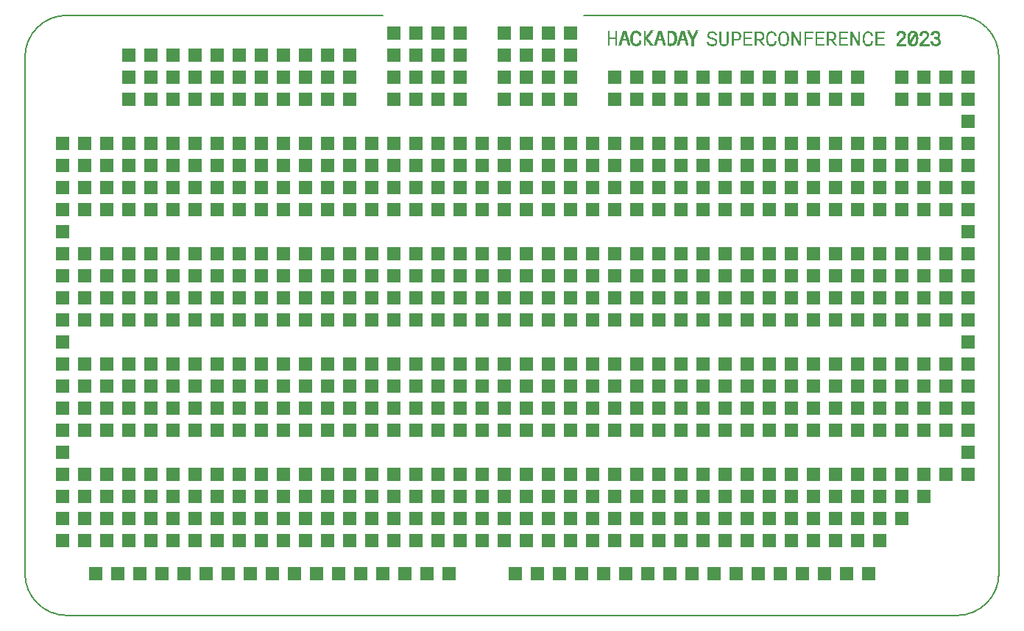
<source format=gto>
G04*
G04 #@! TF.GenerationSoftware,Altium Limited,CircuitStudio,1.5.2 (30)*
G04*
G04 Layer_Color=65535*
%FSLAX25Y25*%
%MOIN*%
G70*
G01*
G75*
%ADD13C,0.00500*%
%ADD14R,0.06000X0.06000*%
%ADD15R,0.01160X0.06930*%
%ADD16R,0.02570X0.01130*%
G04:AMPARAMS|DCode=17|XSize=11.6mil|YSize=69.3mil|CornerRadius=0mil|HoleSize=0mil|Usage=FLASHONLY|Rotation=343.000|XOffset=0mil|YOffset=0mil|HoleType=Round|Shape=Rectangle|*
%AMROTATEDRECTD17*
4,1,4,-0.01568,-0.03144,0.00458,0.03483,0.01568,0.03144,-0.00458,-0.03483,-0.01568,-0.03144,0.0*
%
%ADD17ROTATEDRECTD17*%

%ADD18R,0.01109X0.00339*%
%ADD19R,0.01344X0.00377*%
G04:AMPARAMS|DCode=20|XSize=11.6mil|YSize=69.3mil|CornerRadius=0mil|HoleSize=0mil|Usage=FLASHONLY|Rotation=197.000|XOffset=0mil|YOffset=0mil|HoleType=Round|Shape=Rectangle|*
%AMROTATEDRECTD20*
4,1,4,-0.00458,0.03483,0.01568,-0.03144,0.00458,-0.03483,-0.01568,0.03144,-0.00458,0.03483,0.0*
%
%ADD20ROTATEDRECTD20*%

%ADD21R,0.02570X0.01040*%
G04:AMPARAMS|DCode=22|XSize=11.6mil|YSize=45.45mil|CornerRadius=0mil|HoleSize=0mil|Usage=FLASHONLY|Rotation=39.000|XOffset=0mil|YOffset=0mil|HoleType=Round|Shape=Rectangle|*
%AMROTATEDRECTD22*
4,1,4,0.00980,-0.02131,-0.01881,0.01401,-0.00980,0.02131,0.01881,-0.01401,0.00980,-0.02131,0.0*
%
%ADD22ROTATEDRECTD22*%

%ADD23R,0.01247X0.00304*%
G04:AMPARAMS|DCode=24|XSize=7.2mil|YSize=3.26mil|CornerRadius=0mil|HoleSize=0mil|Usage=FLASHONLY|Rotation=39.000|XOffset=0mil|YOffset=0mil|HoleType=Round|Shape=Rectangle|*
%AMROTATEDRECTD24*
4,1,4,-0.00177,-0.00353,-0.00382,-0.00100,0.00177,0.00353,0.00382,0.00100,-0.00177,-0.00353,0.0*
%
%ADD24ROTATEDRECTD24*%

G04:AMPARAMS|DCode=25|XSize=3.63mil|YSize=2.79mil|CornerRadius=0mil|HoleSize=0mil|Usage=FLASHONLY|Rotation=39.000|XOffset=0mil|YOffset=0mil|HoleType=Round|Shape=Rectangle|*
%AMROTATEDRECTD25*
4,1,4,-0.00053,-0.00223,-0.00229,-0.00006,0.00053,0.00223,0.00229,0.00006,-0.00053,-0.00223,0.0*
%
%ADD25ROTATEDRECTD25*%

G04:AMPARAMS|DCode=26|XSize=3.63mil|YSize=2.79mil|CornerRadius=0mil|HoleSize=0mil|Usage=FLASHONLY|Rotation=321.000|XOffset=0mil|YOffset=0mil|HoleType=Round|Shape=Rectangle|*
%AMROTATEDRECTD26*
4,1,4,-0.00229,0.00006,-0.00053,0.00223,0.00229,-0.00006,0.00053,-0.00223,-0.00229,0.00006,0.0*
%
%ADD26ROTATEDRECTD26*%

G04:AMPARAMS|DCode=27|XSize=7.2mil|YSize=3.26mil|CornerRadius=0mil|HoleSize=0mil|Usage=FLASHONLY|Rotation=321.000|XOffset=0mil|YOffset=0mil|HoleType=Round|Shape=Rectangle|*
%AMROTATEDRECTD27*
4,1,4,-0.00382,0.00100,-0.00177,0.00353,0.00382,-0.00100,0.00177,-0.00353,-0.00382,0.00100,0.0*
%
%ADD27ROTATEDRECTD27*%

G04:AMPARAMS|DCode=28|XSize=11.6mil|YSize=45.45mil|CornerRadius=0mil|HoleSize=0mil|Usage=FLASHONLY|Rotation=321.000|XOffset=0mil|YOffset=0mil|HoleType=Round|Shape=Rectangle|*
%AMROTATEDRECTD28*
4,1,4,-0.01881,-0.01401,0.00980,0.02131,0.01881,0.01401,-0.00980,-0.02131,-0.01881,-0.01401,0.0*
%
%ADD28ROTATEDRECTD28*%

%ADD29R,0.02570X0.01050*%
G04:AMPARAMS|DCode=30|XSize=11.6mil|YSize=42.26mil|CornerRadius=0mil|HoleSize=0mil|Usage=FLASHONLY|Rotation=332.000|XOffset=0mil|YOffset=0mil|HoleType=Round|Shape=Rectangle|*
%AMROTATEDRECTD30*
4,1,4,-0.01504,-0.01593,0.00480,0.02138,0.01504,0.01593,-0.00480,-0.02138,-0.01504,-0.01593,0.0*
%
%ADD30ROTATEDRECTD30*%

%ADD31R,0.01137X0.00304*%
G04:AMPARAMS|DCode=32|XSize=2.79mil|YSize=2.3mil|CornerRadius=0mil|HoleSize=0mil|Usage=FLASHONLY|Rotation=321.000|XOffset=0mil|YOffset=0mil|HoleType=Round|Shape=Rectangle|*
%AMROTATEDRECTD32*
4,1,4,-0.00181,-0.00002,-0.00036,0.00177,0.00181,0.00002,0.00036,-0.00177,-0.00181,-0.00002,0.0*
%
%ADD32ROTATEDRECTD32*%

G04:AMPARAMS|DCode=33|XSize=3.63mil|YSize=2.79mil|CornerRadius=0mil|HoleSize=0mil|Usage=FLASHONLY|Rotation=64.000|XOffset=0mil|YOffset=0mil|HoleType=Round|Shape=Rectangle|*
%AMROTATEDRECTD33*
4,1,4,0.00046,-0.00224,-0.00205,-0.00102,-0.00046,0.00224,0.00205,0.00102,0.00046,-0.00224,0.0*
%
%ADD33ROTATEDRECTD33*%

G04:AMPARAMS|DCode=34|XSize=3.63mil|YSize=2.79mil|CornerRadius=0mil|HoleSize=0mil|Usage=FLASHONLY|Rotation=116.000|XOffset=0mil|YOffset=0mil|HoleType=Round|Shape=Rectangle|*
%AMROTATEDRECTD34*
4,1,4,0.00205,-0.00102,-0.00046,-0.00224,-0.00205,0.00102,0.00046,0.00224,0.00205,-0.00102,0.0*
%
%ADD34ROTATEDRECTD34*%

G04:AMPARAMS|DCode=35|XSize=2.79mil|YSize=2.3mil|CornerRadius=0mil|HoleSize=0mil|Usage=FLASHONLY|Rotation=219.000|XOffset=0mil|YOffset=0mil|HoleType=Round|Shape=Rectangle|*
%AMROTATEDRECTD35*
4,1,4,0.00036,0.00177,0.00181,-0.00002,-0.00036,-0.00177,-0.00181,0.00002,0.00036,0.00177,0.0*
%
%ADD35ROTATEDRECTD35*%

G04:AMPARAMS|DCode=36|XSize=11.6mil|YSize=42.26mil|CornerRadius=0mil|HoleSize=0mil|Usage=FLASHONLY|Rotation=208.000|XOffset=0mil|YOffset=0mil|HoleType=Round|Shape=Rectangle|*
%AMROTATEDRECTD36*
4,1,4,-0.00480,0.02138,0.01504,-0.01593,0.00480,-0.02138,-0.01504,0.01593,-0.00480,0.02138,0.0*
%
%ADD36ROTATEDRECTD36*%

%ADD37R,0.01170X0.03200*%
G36*
X607143Y470726D02*
X607643Y470546D01*
X608056Y470256D01*
X608388Y469862D01*
X608640Y469374D01*
X608815Y468797D01*
X608918Y468141D01*
X608952Y467413D01*
X608919Y466692D01*
X608821Y466070D01*
X608806Y466077D01*
X608764Y465845D01*
X608633Y465399D01*
X608446Y465009D01*
X608198Y464679D01*
X607887Y464415D01*
X607510Y464220D01*
X607061Y464100D01*
X606539Y464059D01*
X605950Y464121D01*
X605450Y464300D01*
X605037Y464591D01*
X604706Y464985D01*
X604454Y465473D01*
X604278Y466050D01*
X604175Y466706D01*
X604141Y467434D01*
X604187Y468112D01*
X604250Y468562D01*
X604329Y469001D01*
X604460Y469447D01*
X604647Y469838D01*
X604895Y470167D01*
X605206Y470432D01*
X605583Y470626D01*
X606032Y470747D01*
X606554Y470788D01*
X607143Y470726D01*
D02*
G37*
G36*
X641095Y464102D02*
X640192Y464102D01*
X637672Y469056D01*
X637635Y464102D01*
X636836Y464102D01*
X636836Y470683D01*
X637729Y470683D01*
X640249Y465700D01*
X640286Y470683D01*
X641095Y470683D01*
X641095Y464102D01*
D02*
G37*
G36*
X554606Y465165D02*
X554596Y465166D01*
X554606Y465176D01*
X554606Y465165D01*
D02*
G37*
G36*
X635686Y469932D02*
X632471Y469932D01*
Y467861D01*
X635367Y467861D01*
X635367Y467108D01*
X632471Y467108D01*
X632471Y464846D01*
X635686Y464846D01*
X635686Y464103D01*
X631653Y464103D01*
X631653Y470684D01*
X635686Y470684D01*
X635686Y469932D01*
D02*
G37*
G36*
X624953Y470684D02*
X624953Y469932D01*
X621738Y469932D01*
X621738Y467861D01*
X624634Y467861D01*
X624634Y467108D01*
X621738Y467108D01*
X621738Y464846D01*
X624953Y464846D01*
X624953Y464103D01*
X620920Y464103D01*
X620920Y470684D01*
X624953Y470684D01*
D02*
G37*
G36*
X613600Y465700D02*
X613637Y470683D01*
X614446Y470683D01*
X614446Y464102D01*
X613543Y464102D01*
X611024Y469056D01*
X610986Y464102D01*
X610187Y464102D01*
X610187Y470683D01*
X611080D01*
X613600Y465700D01*
D02*
G37*
G36*
X581691Y466443D02*
X581664Y465948D01*
X581582Y465492D01*
X581438Y465082D01*
X581226Y464728D01*
X580941Y464438D01*
X580576Y464220D01*
X580126Y464084D01*
X579585Y464036D01*
X579052Y464083D01*
X578608Y464218D01*
X578247Y464433D01*
X577963Y464721D01*
X577751Y465074D01*
X577607Y465483D01*
X577524Y465942D01*
X577497Y466443D01*
X577497Y470702D01*
X578315Y470702D01*
X578315Y466462D01*
X578355Y465835D01*
X578527Y465300D01*
X578687Y465089D01*
X578910Y464928D01*
X579206Y464825D01*
X579585Y464788D01*
X579972Y464825D01*
X580272Y464927D01*
X580497Y465087D01*
X580657Y465297D01*
X580826Y465831D01*
X580863Y466461D01*
Y470702D01*
X581691Y470702D01*
X581691Y466443D01*
D02*
G37*
G36*
X595670Y470684D02*
X596146Y470646D01*
X596613Y470506D01*
X596919Y470349D01*
X597214Y470104D01*
X597445Y469801D01*
X597613Y469447D01*
X597714Y469047D01*
X597748Y468607D01*
X597713Y468154D01*
X597610Y467744D01*
X597440Y467384D01*
X597207Y467077D01*
X596910Y466828D01*
X596554Y466645D01*
X596392Y466592D01*
X598010Y464200D01*
X598010Y464106D01*
X597117Y464106D01*
X595530Y466494D01*
X594345Y466491D01*
X594345Y464103D01*
X593527Y464103D01*
X593527Y470684D01*
X595670Y470684D01*
D02*
G37*
G36*
X628722Y470646D02*
X629189Y470506D01*
X629495Y470349D01*
X629790Y470104D01*
X630021Y469801D01*
X630189Y469447D01*
X630290Y469047D01*
X630324Y468607D01*
X630289Y468154D01*
X630186Y467744D01*
X630017Y467384D01*
X629782Y467077D01*
X629487Y466828D01*
X629130Y466645D01*
X628968Y466592D01*
X630586Y464200D01*
X630586Y464106D01*
X629693Y464106D01*
X628106Y466494D01*
X626921Y466491D01*
X626921Y464103D01*
X626103Y464103D01*
X626103Y470684D01*
X628246Y470685D01*
X628722Y470646D01*
D02*
G37*
G36*
X585219Y470683D02*
X585695Y470644D01*
X586162Y470504D01*
X586468Y470348D01*
X586763Y470102D01*
X586995Y469800D01*
X587162Y469445D01*
X587263Y469045D01*
X587297Y468605D01*
X587262Y468152D01*
X587159Y467743D01*
X586990Y467382D01*
X586756Y467075D01*
X586460Y466827D01*
X586103Y466643D01*
X585689Y466529D01*
X585274Y466494D01*
X583894Y466490D01*
X583894Y464102D01*
X583076Y464102D01*
X583076Y470683D01*
X585219Y470683D01*
D02*
G37*
G36*
X675815Y471024D02*
X676235Y470919D01*
X676605Y470751D01*
X676919Y470522D01*
X677172Y470240D01*
X677359Y469908D01*
X677476Y469529D01*
X677516Y469111D01*
X677439Y468559D01*
X677126Y467988D01*
X676784Y467728D01*
X677204Y467439D01*
X677513Y467058D01*
X677704Y466596D01*
X677768Y466061D01*
X677725Y465609D01*
X677599Y465200D01*
X677395Y464840D01*
X677120Y464534D01*
X676779Y464288D01*
X676377Y464105D01*
X675921Y463992D01*
X675416Y463953D01*
X674913Y463991D01*
X674458Y464103D01*
X674058Y464283D01*
X673718Y464527D01*
X673444Y464828D01*
X673241Y465183D01*
X673115Y465587D01*
X673072Y466033D01*
Y466204D01*
X674202Y466204D01*
X674212Y465964D01*
X674228Y465808D01*
X674293Y465605D01*
X674395Y465427D01*
X674534Y465279D01*
X674706Y465160D01*
X674911Y465072D01*
X675144Y465018D01*
X675406Y465000D01*
X675675Y465018D01*
X675912Y465071D01*
X676116Y465157D01*
X676287Y465275D01*
X676421Y465426D01*
X676519Y465606D01*
X676579Y465815D01*
X676599Y466052D01*
X676563Y466363D01*
X676465Y466607D01*
X676319Y466794D01*
X676136Y466929D01*
X675716Y467078D01*
X675312Y467113D01*
X674567Y467113D01*
X674567Y468161D01*
X675294Y468161D01*
X675747Y468228D01*
X676093Y468421D01*
X676307Y468747D01*
X676355Y469083D01*
X676289Y469477D01*
X676095Y469766D01*
X675781Y469943D01*
X675350Y470003D01*
X675109Y469985D01*
X674714Y469846D01*
X674564Y469727D01*
X674359Y469391D01*
X674307Y469177D01*
X674291Y468882D01*
X673148Y468881D01*
X673188Y469395D01*
X673304Y469810D01*
X673492Y470174D01*
X673747Y470481D01*
X674065Y470728D01*
X674442Y470909D01*
X674806Y471004D01*
X675350Y471060D01*
X675815Y471024D01*
D02*
G37*
G36*
X652224Y469932D02*
X649009Y469932D01*
X649009Y467861D01*
X651904Y467861D01*
X651905Y467108D01*
X649009Y467108D01*
X649009Y464846D01*
X652224Y464846D01*
X652224Y464103D01*
X648191Y464103D01*
X648191Y470684D01*
X652224Y470684D01*
X652224Y469932D01*
D02*
G37*
G36*
X574653Y470750D02*
X575091Y470645D01*
X575473Y470475D01*
X575797Y470246D01*
X576057Y469962D01*
X576249Y469628D01*
X576369Y469249D01*
X576412Y468831D01*
X575576Y468831D01*
X575543Y469087D01*
X575473Y469320D01*
X575362Y469526D01*
X575210Y469700D01*
X575015Y469842D01*
X574774Y469946D01*
X574484Y470011D01*
X574147Y470034D01*
X573861Y470017D01*
X573604Y469967D01*
X573379Y469884D01*
X573189Y469769D01*
X573036Y469620D01*
X572924Y469439D01*
X572854Y469226D01*
X572830Y468981D01*
X572893Y468623D01*
X573082Y468348D01*
X573402Y468144D01*
X573855Y468004D01*
X574748Y467815D01*
X575176Y467702D01*
X575542Y467554D01*
X575848Y467371D01*
X576095Y467152D01*
X576286Y466898D01*
X576420Y466609D01*
X576499Y466285D01*
X576525Y465926D01*
X576484Y465507D01*
X576363Y465135D01*
X576165Y464811D01*
X575894Y464540D01*
X575555Y464324D01*
X575149Y464166D01*
X574682Y464069D01*
X574314Y464046D01*
X574156Y464036D01*
X573609Y464073D01*
X573133Y464183D01*
X572726Y464360D01*
X572390Y464600D01*
X572125Y464898D01*
X571931Y465250D01*
X571809Y465650D01*
X571759Y466095D01*
X572596Y466095D01*
X572636Y465804D01*
X572720Y465544D01*
X572850Y465319D01*
X573024Y465130D01*
X573241Y464980D01*
X573503Y464869D01*
X573808Y464802D01*
X574156Y464779D01*
X574507Y464796D01*
X574813Y464850D01*
X575073Y464938D01*
X575287Y465063D01*
X575454Y465224D01*
X575574Y465421D01*
X575646Y465655D01*
X575670Y465926D01*
X575653Y466149D01*
X575601Y466342D01*
X575516Y466506D01*
X575397Y466645D01*
X575059Y466856D01*
X574588Y466997D01*
X573630Y467204D01*
X573232Y467310D01*
X572891Y467444D01*
X572606Y467609D01*
X572376Y467807D01*
X572198Y468041D01*
X572073Y468314D01*
X571999Y468626D01*
X571975Y468981D01*
X572011Y469364D01*
X572119Y469711D01*
X572296Y470019D01*
X572541Y470282D01*
X572853Y470496D01*
X573228Y470654D01*
X573666Y470752D01*
X574165Y470786D01*
X574653Y470750D01*
D02*
G37*
G36*
X540226Y471086D02*
X540686Y470956D01*
X541116Y470756D01*
X541446Y470496D01*
X541736Y470156D01*
X541936Y469736D01*
X542106Y469236D01*
X542196Y468505D01*
X541006Y468506D01*
X540966Y468826D01*
X540926Y469116D01*
X540826Y469346D01*
X540706Y469586D01*
X540516Y469776D01*
X540276Y469916D01*
X540026Y469996D01*
X539706Y470006D01*
X539346Y469956D01*
X539096Y469876D01*
X538796Y469666D01*
X538606Y469376D01*
X538476Y469036D01*
X538386Y468686D01*
X538396Y468616D01*
X538336Y468206D01*
X538306Y467556D01*
X537126Y467556D01*
X537136Y467726D01*
X537196Y468626D01*
X537366Y469386D01*
X537646Y469986D01*
X537966Y470456D01*
X538376Y470776D01*
X538816Y470976D01*
X539226Y471086D01*
X539696Y471136D01*
X540226Y471086D01*
D02*
G37*
G36*
X665419Y471067D02*
X665853Y470971D01*
X666300Y470757D01*
X666667Y470464D01*
X667010Y470011D01*
X667288Y469397D01*
X667483Y468603D01*
X667544Y467519D01*
X667484Y466520D01*
X667317Y465718D01*
X667061Y465096D01*
X666733Y464631D01*
X666353Y464304D01*
X666078Y464183D01*
X665938Y464096D01*
X665579Y464004D01*
X665078Y463953D01*
X664649Y463985D01*
X664218Y464096D01*
X663779Y464325D01*
X663423Y464631D01*
X663096Y465096D01*
X662839Y465719D01*
X662672Y466520D01*
X662612Y467519D01*
X662672Y468516D01*
X662686Y468504D01*
X662813Y469241D01*
X663047Y469873D01*
X663358Y470349D01*
X663727Y470688D01*
X663997Y470819D01*
X664134Y470912D01*
X664490Y471016D01*
X664989Y471084D01*
X665419Y471067D01*
D02*
G37*
G36*
X619940Y469932D02*
X616725Y469932D01*
X616725Y467861D01*
X619620Y467861D01*
X619620Y467108D01*
X616725Y467108D01*
X616725Y464103D01*
X615906Y464103D01*
Y470684D01*
X619940Y470684D01*
X619940Y469932D01*
D02*
G37*
G36*
X592377Y470684D02*
X592377Y469932D01*
X589162Y469932D01*
X589162Y467861D01*
X592085Y467861D01*
X592085Y467108D01*
X589162Y467108D01*
X589162Y464846D01*
X592377Y464846D01*
X592377Y464103D01*
X588344D01*
X588344Y470684D01*
X592377Y470684D01*
D02*
G37*
G36*
X554606Y469906D02*
X554596Y469916D01*
X554606Y469916D01*
X554606Y469906D01*
D02*
G37*
G36*
X538336Y466896D02*
X538396Y466486D01*
X538386Y466416D01*
X538476Y466066D01*
X538606Y465726D01*
X538796Y465436D01*
X539096Y465226D01*
X539346Y465146D01*
X539706Y465096D01*
X540026Y465106D01*
X540276Y465186D01*
X540516Y465326D01*
X540706Y465516D01*
X540826Y465756D01*
X540926Y465986D01*
X540966Y466276D01*
X541006Y466596D01*
X542196Y466596D01*
X542106Y465866D01*
X541936Y465366D01*
X541736Y464946D01*
X541446Y464606D01*
X541116Y464346D01*
X540686Y464146D01*
X540226Y464016D01*
X539696Y463966D01*
X539226Y464016D01*
X538816Y464126D01*
X538376Y464326D01*
X537966Y464646D01*
X537646Y465116D01*
X537366Y465716D01*
X537196Y466476D01*
X537136Y467376D01*
X537126Y467546D01*
X538306Y467546D01*
X538336Y466896D01*
D02*
G37*
G36*
X670764Y471022D02*
X671183Y470917D01*
X671553Y470748D01*
X671867Y470520D01*
X672120Y470237D01*
X672308Y469905D01*
X672424Y469527D01*
X672464Y469108D01*
X672387Y468556D01*
X672155Y468039D01*
X671763Y467485D01*
X671209Y466824D01*
X669718Y465095D01*
X672568Y465094D01*
X672568Y464019D01*
X668115Y464019D01*
X668115Y464874D01*
X670404Y467546D01*
X670823Y468043D01*
X671102Y468421D01*
X671256Y468745D01*
X671304Y469081D01*
X671238Y469475D01*
X671044Y469763D01*
X670729Y469940D01*
X670299Y470000D01*
X670057Y469983D01*
X669663Y469844D01*
X669512Y469724D01*
X669308Y469389D01*
X669256Y469174D01*
X669238Y468759D01*
X668096Y468759D01*
X668136Y469393D01*
X668252Y469808D01*
X668440Y470171D01*
X668696Y470479D01*
X669014Y470725D01*
X669390Y470907D01*
X669754Y471002D01*
X670299Y471058D01*
X670764Y471022D01*
D02*
G37*
G36*
X660229Y471022D02*
X660648Y470917D01*
X661018Y470749D01*
X661332Y470520D01*
X661585Y470237D01*
X661773Y469905D01*
X661889Y469527D01*
X661929Y469109D01*
X661852Y468556D01*
X661620Y468039D01*
X661228Y467485D01*
X660674Y466824D01*
X659183Y465095D01*
X662033Y465095D01*
X662033Y464019D01*
X657580Y464019D01*
X657580Y464874D01*
X659869Y467546D01*
X660288Y468043D01*
X660566Y468420D01*
X660721Y468745D01*
X660768Y469081D01*
X660703Y469474D01*
X660509Y469763D01*
X660194Y469940D01*
X659764Y470000D01*
X659522Y469983D01*
X659127Y469844D01*
X658977Y469724D01*
X658773Y469389D01*
X658721Y469174D01*
X658703Y468759D01*
X657561Y468759D01*
X657601Y469393D01*
X657717Y469808D01*
X657905Y470171D01*
X658160Y470479D01*
X658479Y470725D01*
X658855Y470907D01*
X659219Y471002D01*
X659764Y471057D01*
X660229Y471022D01*
D02*
G37*
G36*
X601563Y470747D02*
X602012Y470626D01*
X602389Y470432D01*
X602700Y470167D01*
X602948Y469837D01*
X603135Y469447D01*
X603266Y469001D01*
X603344Y468503D01*
X602498Y468503D01*
X602453Y468838D01*
X602379Y469136D01*
X602270Y469395D01*
X602122Y469613D01*
X601930Y469785D01*
X601689Y469912D01*
X601394Y469990D01*
X601041Y470016D01*
X600588Y469959D01*
X600232Y469796D01*
X599960Y469542D01*
X599761Y469212D01*
X599626Y468819D01*
X599543Y468378D01*
X599501Y467905D01*
X599497Y467717D01*
X599490Y467410D01*
X599501Y466919D01*
X599501Y466919D01*
X599501Y466913D01*
X599543Y466439D01*
X599626Y465999D01*
X599761Y465606D01*
X599959Y465275D01*
X600231Y465022D01*
X600588Y464858D01*
X601041Y464801D01*
X601394Y464827D01*
X601689Y464905D01*
X601930Y465032D01*
X602081Y465189D01*
X602348Y465648D01*
X602453Y465979D01*
X602507Y466256D01*
X603344Y466256D01*
X603266Y465817D01*
X603135Y465371D01*
X602947Y464980D01*
X602700Y464651D01*
X602389Y464386D01*
X602012Y464192D01*
X601563Y464071D01*
X601041Y464030D01*
X600452Y464092D01*
X599952Y464272D01*
X599538Y464563D01*
X599207Y464956D01*
X598955Y465445D01*
X598780Y466021D01*
X598676Y466677D01*
X598643Y467405D01*
X598643Y467411D01*
X598643Y467412D01*
X598654Y467639D01*
X598676Y468125D01*
X598676Y468125D01*
X598677Y468141D01*
X598780Y468796D01*
X598955Y469373D01*
X599207Y469861D01*
X599539Y470255D01*
X599952Y470546D01*
X600452Y470726D01*
X601041Y470787D01*
X601563Y470747D01*
D02*
G37*
G36*
X645249Y470747D02*
X645698Y470626D01*
X646075Y470432D01*
X646386Y470167D01*
X646633Y469838D01*
X646821Y469447D01*
X646952Y469001D01*
X647030Y468503D01*
X646184Y468503D01*
X646139Y468838D01*
X646065Y469136D01*
X645956Y469395D01*
X645808Y469613D01*
X645616Y469786D01*
X645375Y469912D01*
X645080Y469990D01*
X644727Y470016D01*
X644274Y469959D01*
X643917Y469796D01*
X643645Y469542D01*
X643447Y469212D01*
X643312Y468819D01*
X643229Y468378D01*
X643187Y467905D01*
X643187Y467898D01*
X643187Y467898D01*
X643176Y467452D01*
X643175Y467412D01*
X643187Y466919D01*
X643187Y466919D01*
X643187Y466913D01*
X643228Y466439D01*
X643311Y465999D01*
X643447Y465606D01*
X643645Y465275D01*
X643917Y465022D01*
X644274Y464858D01*
X644727Y464801D01*
X645080Y464827D01*
X645374Y464905D01*
X645615Y465032D01*
X645767Y465189D01*
X646034Y465648D01*
X646139Y465979D01*
X646193Y466256D01*
X647030Y466256D01*
X646952Y465817D01*
X646821Y465371D01*
X646633Y464980D01*
X646386Y464651D01*
X646075Y464386D01*
X645697Y464192D01*
X645249Y464071D01*
X644726Y464030D01*
X644138Y464092D01*
X643638Y464272D01*
X643224Y464562D01*
X642893Y464956D01*
X642641Y465445D01*
X642465Y466021D01*
X642362Y466677D01*
X642329Y467405D01*
X642361Y468126D01*
X642362Y468125D01*
X642363Y468141D01*
X642466Y468796D01*
X642641Y469373D01*
X642893Y469861D01*
X643224Y470255D01*
X643638Y470546D01*
X644138Y470726D01*
X644727Y470787D01*
X645249Y470747D01*
D02*
G37*
G36*
X555476Y470996D02*
X556106Y470946D01*
X556666Y470796D01*
X557176Y470516D01*
X557546Y470146D01*
X557886Y469636D01*
X558116Y469056D01*
X558226Y468456D01*
X558276Y468006D01*
X558293Y467589D01*
X558296Y467566D01*
X558295Y467541D01*
X558296Y467516D01*
X558293Y467491D01*
X558276Y467075D01*
X558226Y466625D01*
X558116Y466026D01*
X557886Y465446D01*
X557546Y464936D01*
X557176Y464566D01*
X556666Y464286D01*
X556106Y464136D01*
X555476Y464086D01*
X554576Y464076D01*
X554606Y465165D01*
X555406Y465146D01*
X555806Y465186D01*
X556176Y465306D01*
X556456Y465486D01*
X556716Y465756D01*
X556876Y466076D01*
X557026Y466466D01*
X557106Y466986D01*
X557116Y467266D01*
X557116D01*
X557126Y467542D01*
X557116Y467816D01*
X557116D01*
X557106Y468096D01*
X557026Y468616D01*
X556876Y469006D01*
X556716Y469326D01*
X556456Y469596D01*
X556176Y469776D01*
X555806Y469896D01*
X555406Y469936D01*
X554606Y469916D01*
X554576Y471006D01*
X555476Y470996D01*
D02*
G37*
%LPC*%
G36*
X583894Y469940D02*
X583894Y467242D01*
X585116Y467242D01*
X585435Y467264D01*
X585709Y467330D01*
X585939Y467440D01*
X586126Y467592D01*
X586269Y467785D01*
X586371Y468019D01*
X586431Y468293D01*
X586451Y468605D01*
X586430Y468906D01*
X586367Y469171D01*
X586262Y469399D01*
X586115Y469590D01*
X585927Y469741D01*
X585750Y469838D01*
X585427Y469917D01*
X585116Y469940D01*
X583894Y469940D01*
D02*
G37*
G36*
X595567Y469942D02*
X594345Y469942D01*
X594345Y467243D01*
X595567Y467243D01*
X595886Y467266D01*
X596160Y467332D01*
X596390Y467442D01*
X596576Y467594D01*
X596720Y467787D01*
X596822Y468021D01*
X596882Y468294D01*
X596902Y468607D01*
X596881Y468907D01*
X596818Y469172D01*
X596712Y469401D01*
X596566Y469591D01*
X596378Y469742D01*
X596201Y469839D01*
X595878Y469919D01*
X595567Y469942D01*
D02*
G37*
G36*
X628143Y469942D02*
X626921Y469942D01*
X626921Y467243D01*
X628143Y467243D01*
X628462Y467266D01*
X628736Y467332D01*
X628966Y467442D01*
X629152Y467594D01*
X629296Y467787D01*
X629397Y468021D01*
X629458Y468295D01*
X629478Y468607D01*
X629457Y468907D01*
X629394Y469172D01*
X629288Y469401D01*
X629142Y469591D01*
X628954Y469742D01*
X628777Y469839D01*
X628454Y469919D01*
X628143Y469942D01*
D02*
G37*
G36*
X606554Y470017D02*
X606201Y469991D01*
X605906Y469913D01*
X605665Y469786D01*
X605514Y469629D01*
X605247Y469170D01*
X605142Y468839D01*
X605016Y467917D01*
X604988Y467434D01*
X604999Y466941D01*
X605041Y466468D01*
X605124Y466027D01*
X605259Y465634D01*
X605458Y465304D01*
X605730Y465050D01*
X606086Y464887D01*
X606539Y464830D01*
X606893Y464856D01*
X607187Y464934D01*
X607428Y465061D01*
X607579Y465217D01*
X607847Y465676D01*
X607951Y466008D01*
X608042Y466425D01*
X608090Y466905D01*
X608105Y467413D01*
X608094Y467905D01*
X608052Y468379D01*
X607969Y468819D01*
X607834Y469212D01*
X607636Y469543D01*
X607364Y469797D01*
X607007Y469959D01*
X606554Y470017D01*
D02*
G37*
G36*
X666336Y468437D02*
X664969Y466464D01*
X664299Y465320D01*
X664679Y465114D01*
X665078Y465010D01*
X665390Y465048D01*
X665658Y465162D01*
X665759Y465248D01*
X665908Y465363D01*
X666065Y465623D01*
X666181Y465914D01*
X666305Y466405D01*
X666364Y466920D01*
X666369Y466923D01*
X666383Y467519D01*
X666336Y468437D01*
D02*
G37*
G36*
X665026Y470028D02*
X664715Y469979D01*
X664452Y469856D01*
X664353Y469766D01*
X664209Y469646D01*
X664061Y469381D01*
X663954Y469086D01*
X663848Y468590D01*
X663792Y468117D01*
X663772Y467520D01*
X663825Y466580D01*
X665839Y469662D01*
X665764Y469756D01*
X665614Y469866D01*
X665434Y469966D01*
X665234Y470016D01*
X665026Y470028D01*
D02*
G37*
%LPD*%
D13*
X685000Y206000D02*
G03*
X704000Y225000I0J19000D01*
G01*
Y459000D02*
G03*
X685000Y478000I-19000J0D01*
G01*
X282000D02*
G03*
X263000Y459000I0J-19000D01*
G01*
Y225000D02*
G03*
X282000Y206000I19000J0D01*
G01*
X684926D01*
X282000Y478000D02*
X425000D01*
X263000Y224000D02*
Y459000D01*
X704000Y224000D02*
Y459000D01*
X516000Y478000D02*
X685000D01*
D14*
X690000Y270000D02*
D03*
X525000Y225000D02*
D03*
X575000D02*
D03*
X625000D02*
D03*
X645000Y225000D02*
D03*
X635000Y225000D02*
D03*
X615000D02*
D03*
X605000D02*
D03*
X595000Y225000D02*
D03*
X585000Y225000D02*
D03*
X565000D02*
D03*
X555000D02*
D03*
X545000Y225000D02*
D03*
X535000Y225000D02*
D03*
X485000D02*
D03*
X495000Y225000D02*
D03*
X505000Y225000D02*
D03*
X515000Y225000D02*
D03*
X325000D02*
D03*
X315000Y225000D02*
D03*
X305000Y225000D02*
D03*
X295000Y225000D02*
D03*
X345000D02*
D03*
X355000Y225000D02*
D03*
X365000Y225000D02*
D03*
X375000D02*
D03*
X395000D02*
D03*
X405000Y225000D02*
D03*
X415000Y225000D02*
D03*
X425000D02*
D03*
X445000D02*
D03*
X455000Y225000D02*
D03*
X435000Y225000D02*
D03*
X385000D02*
D03*
X335000D02*
D03*
X280000Y380000D02*
D03*
X690000D02*
D03*
Y430000D02*
D03*
Y330000D02*
D03*
X280000D02*
D03*
X690000Y280000D02*
D03*
X280000D02*
D03*
X290000Y270000D02*
D03*
Y260000D02*
D03*
Y250000D02*
D03*
Y240000D02*
D03*
X280000D02*
D03*
Y250000D02*
D03*
Y260000D02*
D03*
Y270000D02*
D03*
X300000Y240000D02*
D03*
Y250000D02*
D03*
Y260000D02*
D03*
Y270000D02*
D03*
X310000Y240000D02*
D03*
Y250000D02*
D03*
Y260000D02*
D03*
Y270000D02*
D03*
X320000Y240000D02*
D03*
Y250000D02*
D03*
Y260000D02*
D03*
Y270000D02*
D03*
X330000Y240000D02*
D03*
Y250000D02*
D03*
Y260000D02*
D03*
Y270000D02*
D03*
X340000Y240000D02*
D03*
Y250000D02*
D03*
Y260000D02*
D03*
Y270000D02*
D03*
X350000Y240000D02*
D03*
Y250000D02*
D03*
Y260000D02*
D03*
Y270000D02*
D03*
X360000Y240000D02*
D03*
Y250000D02*
D03*
Y260000D02*
D03*
Y270000D02*
D03*
X370000Y240000D02*
D03*
Y250000D02*
D03*
Y260000D02*
D03*
Y270000D02*
D03*
X470000D02*
D03*
Y260000D02*
D03*
Y250000D02*
D03*
Y240000D02*
D03*
X460000Y270000D02*
D03*
Y260000D02*
D03*
Y250000D02*
D03*
Y240000D02*
D03*
X450000Y270000D02*
D03*
Y260000D02*
D03*
Y250000D02*
D03*
Y240000D02*
D03*
X440000Y270000D02*
D03*
Y260000D02*
D03*
Y250000D02*
D03*
Y240000D02*
D03*
X430000Y270000D02*
D03*
Y260000D02*
D03*
Y250000D02*
D03*
Y240000D02*
D03*
X420000Y270000D02*
D03*
Y260000D02*
D03*
Y250000D02*
D03*
Y240000D02*
D03*
X410000Y270000D02*
D03*
Y260000D02*
D03*
Y250000D02*
D03*
Y240000D02*
D03*
X400000Y270000D02*
D03*
Y260000D02*
D03*
Y250000D02*
D03*
Y240000D02*
D03*
X380000Y270000D02*
D03*
Y260000D02*
D03*
Y250000D02*
D03*
Y240000D02*
D03*
X390000D02*
D03*
Y250000D02*
D03*
Y260000D02*
D03*
Y270000D02*
D03*
X570000D02*
D03*
Y260000D02*
D03*
Y250000D02*
D03*
Y240000D02*
D03*
X560000Y270000D02*
D03*
Y260000D02*
D03*
Y250000D02*
D03*
Y240000D02*
D03*
X550000Y270000D02*
D03*
Y260000D02*
D03*
Y250000D02*
D03*
Y240000D02*
D03*
X540000Y270000D02*
D03*
Y260000D02*
D03*
Y250000D02*
D03*
Y240000D02*
D03*
X530000Y270000D02*
D03*
Y260000D02*
D03*
Y250000D02*
D03*
Y240000D02*
D03*
X520000Y270000D02*
D03*
Y260000D02*
D03*
Y250000D02*
D03*
Y240000D02*
D03*
X510000Y270000D02*
D03*
Y260000D02*
D03*
Y250000D02*
D03*
Y240000D02*
D03*
X500000Y270000D02*
D03*
Y260000D02*
D03*
Y250000D02*
D03*
Y240000D02*
D03*
X480000Y270000D02*
D03*
Y260000D02*
D03*
Y250000D02*
D03*
Y240000D02*
D03*
X490000D02*
D03*
Y250000D02*
D03*
Y260000D02*
D03*
Y270000D02*
D03*
X670000D02*
D03*
Y260000D02*
D03*
X660000Y270000D02*
D03*
Y260000D02*
D03*
Y250000D02*
D03*
X650000Y270000D02*
D03*
Y260000D02*
D03*
Y250000D02*
D03*
Y240000D02*
D03*
X640000Y270000D02*
D03*
Y260000D02*
D03*
Y250000D02*
D03*
Y240000D02*
D03*
X630000Y270000D02*
D03*
Y260000D02*
D03*
Y250000D02*
D03*
Y240000D02*
D03*
X620000Y270000D02*
D03*
Y260000D02*
D03*
Y250000D02*
D03*
Y240000D02*
D03*
X610000Y270000D02*
D03*
Y260000D02*
D03*
Y250000D02*
D03*
Y240000D02*
D03*
X600000Y270000D02*
D03*
Y260000D02*
D03*
Y250000D02*
D03*
Y240000D02*
D03*
X580000Y270000D02*
D03*
Y260000D02*
D03*
Y250000D02*
D03*
Y240000D02*
D03*
X590000D02*
D03*
Y250000D02*
D03*
Y260000D02*
D03*
Y270000D02*
D03*
X680000D02*
D03*
X290000Y320000D02*
D03*
Y310000D02*
D03*
Y300000D02*
D03*
Y290000D02*
D03*
X280000D02*
D03*
Y300000D02*
D03*
Y310000D02*
D03*
Y320000D02*
D03*
X300000Y290000D02*
D03*
Y300000D02*
D03*
Y310000D02*
D03*
Y320000D02*
D03*
X310000Y290000D02*
D03*
Y300000D02*
D03*
Y310000D02*
D03*
Y320000D02*
D03*
X320000Y290000D02*
D03*
Y300000D02*
D03*
Y310000D02*
D03*
Y320000D02*
D03*
X330000Y290000D02*
D03*
Y300000D02*
D03*
Y310000D02*
D03*
Y320000D02*
D03*
X340000Y290000D02*
D03*
Y300000D02*
D03*
Y310000D02*
D03*
Y320000D02*
D03*
X350000Y290000D02*
D03*
Y300000D02*
D03*
Y310000D02*
D03*
Y320000D02*
D03*
X360000Y290000D02*
D03*
Y300000D02*
D03*
Y310000D02*
D03*
Y320000D02*
D03*
X370000Y290000D02*
D03*
Y300000D02*
D03*
Y310000D02*
D03*
Y320000D02*
D03*
X470000D02*
D03*
Y310000D02*
D03*
Y300000D02*
D03*
Y290000D02*
D03*
X460000Y320000D02*
D03*
Y310000D02*
D03*
Y300000D02*
D03*
Y290000D02*
D03*
X450000Y320000D02*
D03*
Y310000D02*
D03*
Y300000D02*
D03*
Y290000D02*
D03*
X440000Y320000D02*
D03*
Y310000D02*
D03*
Y300000D02*
D03*
Y290000D02*
D03*
X430000Y320000D02*
D03*
Y310000D02*
D03*
Y300000D02*
D03*
Y290000D02*
D03*
X420000Y320000D02*
D03*
Y310000D02*
D03*
Y300000D02*
D03*
Y290000D02*
D03*
X410000Y320000D02*
D03*
Y310000D02*
D03*
Y300000D02*
D03*
Y290000D02*
D03*
X400000Y320000D02*
D03*
Y310000D02*
D03*
Y300000D02*
D03*
Y290000D02*
D03*
X380000Y320000D02*
D03*
Y310000D02*
D03*
Y300000D02*
D03*
Y290000D02*
D03*
X390000D02*
D03*
Y300000D02*
D03*
Y310000D02*
D03*
Y320000D02*
D03*
X570000D02*
D03*
Y310000D02*
D03*
Y300000D02*
D03*
Y290000D02*
D03*
X560000Y320000D02*
D03*
Y310000D02*
D03*
Y300000D02*
D03*
Y290000D02*
D03*
X550000Y320000D02*
D03*
Y310000D02*
D03*
Y300000D02*
D03*
Y290000D02*
D03*
X540000Y320000D02*
D03*
Y310000D02*
D03*
Y300000D02*
D03*
Y290000D02*
D03*
X530000Y320000D02*
D03*
Y310000D02*
D03*
Y300000D02*
D03*
Y290000D02*
D03*
X520000Y320000D02*
D03*
Y310000D02*
D03*
Y300000D02*
D03*
Y290000D02*
D03*
X510000Y320000D02*
D03*
Y310000D02*
D03*
Y300000D02*
D03*
Y290000D02*
D03*
X500000Y320000D02*
D03*
Y310000D02*
D03*
Y300000D02*
D03*
Y290000D02*
D03*
X480000Y320000D02*
D03*
Y310000D02*
D03*
Y300000D02*
D03*
Y290000D02*
D03*
X490000D02*
D03*
Y300000D02*
D03*
Y310000D02*
D03*
Y320000D02*
D03*
X670000D02*
D03*
Y310000D02*
D03*
Y300000D02*
D03*
Y290000D02*
D03*
X660000Y320000D02*
D03*
Y310000D02*
D03*
Y300000D02*
D03*
Y290000D02*
D03*
X650000Y320000D02*
D03*
Y310000D02*
D03*
Y300000D02*
D03*
Y290000D02*
D03*
X640000Y320000D02*
D03*
Y310000D02*
D03*
Y300000D02*
D03*
Y290000D02*
D03*
X630000Y320000D02*
D03*
Y310000D02*
D03*
Y300000D02*
D03*
Y290000D02*
D03*
X620000Y320000D02*
D03*
Y310000D02*
D03*
Y300000D02*
D03*
Y290000D02*
D03*
X610000Y320000D02*
D03*
Y310000D02*
D03*
Y300000D02*
D03*
Y290000D02*
D03*
X600000Y320000D02*
D03*
Y310000D02*
D03*
Y300000D02*
D03*
Y290000D02*
D03*
X580000Y320000D02*
D03*
Y310000D02*
D03*
Y300000D02*
D03*
Y290000D02*
D03*
X590000D02*
D03*
Y300000D02*
D03*
Y310000D02*
D03*
Y320000D02*
D03*
X680000D02*
D03*
Y310000D02*
D03*
Y300000D02*
D03*
Y290000D02*
D03*
X690000D02*
D03*
Y300000D02*
D03*
Y310000D02*
D03*
Y320000D02*
D03*
X290000Y370000D02*
D03*
Y360000D02*
D03*
Y350000D02*
D03*
Y340000D02*
D03*
X280000D02*
D03*
Y350000D02*
D03*
Y360000D02*
D03*
Y370000D02*
D03*
X300000Y340000D02*
D03*
Y350000D02*
D03*
Y360000D02*
D03*
Y370000D02*
D03*
X310000Y340000D02*
D03*
Y350000D02*
D03*
Y360000D02*
D03*
Y370000D02*
D03*
X320000Y340000D02*
D03*
Y350000D02*
D03*
Y360000D02*
D03*
Y370000D02*
D03*
X330000Y340000D02*
D03*
Y350000D02*
D03*
Y360000D02*
D03*
Y370000D02*
D03*
X340000Y340000D02*
D03*
Y350000D02*
D03*
Y360000D02*
D03*
Y370000D02*
D03*
X350000Y340000D02*
D03*
Y350000D02*
D03*
Y360000D02*
D03*
Y370000D02*
D03*
X360000Y340000D02*
D03*
Y350000D02*
D03*
Y360000D02*
D03*
Y370000D02*
D03*
X370000Y340000D02*
D03*
Y350000D02*
D03*
Y360000D02*
D03*
Y370000D02*
D03*
X470000D02*
D03*
Y360000D02*
D03*
Y350000D02*
D03*
Y340000D02*
D03*
X460000Y370000D02*
D03*
Y360000D02*
D03*
Y350000D02*
D03*
Y340000D02*
D03*
X450000Y370000D02*
D03*
Y360000D02*
D03*
Y350000D02*
D03*
Y340000D02*
D03*
X440000Y370000D02*
D03*
Y360000D02*
D03*
Y350000D02*
D03*
Y340000D02*
D03*
X430000Y370000D02*
D03*
Y360000D02*
D03*
Y350000D02*
D03*
Y340000D02*
D03*
X420000Y370000D02*
D03*
Y360000D02*
D03*
Y350000D02*
D03*
Y340000D02*
D03*
X410000Y370000D02*
D03*
Y360000D02*
D03*
Y350000D02*
D03*
Y340000D02*
D03*
X400000Y370000D02*
D03*
Y360000D02*
D03*
Y350000D02*
D03*
Y340000D02*
D03*
X380000Y370000D02*
D03*
Y360000D02*
D03*
Y350000D02*
D03*
Y340000D02*
D03*
X390000D02*
D03*
Y350000D02*
D03*
Y360000D02*
D03*
Y370000D02*
D03*
X570000D02*
D03*
Y360000D02*
D03*
Y350000D02*
D03*
Y340000D02*
D03*
X560000Y370000D02*
D03*
Y360000D02*
D03*
Y350000D02*
D03*
Y340000D02*
D03*
X550000Y370000D02*
D03*
Y360000D02*
D03*
Y350000D02*
D03*
Y340000D02*
D03*
X540000Y370000D02*
D03*
Y360000D02*
D03*
Y350000D02*
D03*
Y340000D02*
D03*
X530000Y370000D02*
D03*
Y360000D02*
D03*
Y350000D02*
D03*
Y340000D02*
D03*
X520000Y370000D02*
D03*
Y360000D02*
D03*
Y350000D02*
D03*
Y340000D02*
D03*
X510000Y370000D02*
D03*
Y360000D02*
D03*
Y350000D02*
D03*
Y340000D02*
D03*
X500000Y370000D02*
D03*
Y360000D02*
D03*
Y350000D02*
D03*
Y340000D02*
D03*
X480000Y370000D02*
D03*
Y360000D02*
D03*
Y350000D02*
D03*
Y340000D02*
D03*
X490000D02*
D03*
Y350000D02*
D03*
Y360000D02*
D03*
Y370000D02*
D03*
X670000D02*
D03*
Y360000D02*
D03*
Y350000D02*
D03*
Y340000D02*
D03*
X660000Y370000D02*
D03*
Y360000D02*
D03*
Y350000D02*
D03*
Y340000D02*
D03*
X650000Y370000D02*
D03*
Y360000D02*
D03*
Y350000D02*
D03*
Y340000D02*
D03*
X640000Y370000D02*
D03*
Y360000D02*
D03*
Y350000D02*
D03*
Y340000D02*
D03*
X630000Y370000D02*
D03*
Y360000D02*
D03*
Y350000D02*
D03*
Y340000D02*
D03*
X620000Y370000D02*
D03*
Y360000D02*
D03*
Y350000D02*
D03*
Y340000D02*
D03*
X610000Y370000D02*
D03*
Y360000D02*
D03*
Y350000D02*
D03*
Y340000D02*
D03*
X600000Y370000D02*
D03*
Y360000D02*
D03*
Y350000D02*
D03*
Y340000D02*
D03*
X580000Y370000D02*
D03*
Y360000D02*
D03*
Y350000D02*
D03*
Y340000D02*
D03*
X590000D02*
D03*
Y350000D02*
D03*
Y360000D02*
D03*
Y370000D02*
D03*
X680000D02*
D03*
Y360000D02*
D03*
Y350000D02*
D03*
Y340000D02*
D03*
X690000D02*
D03*
Y350000D02*
D03*
Y360000D02*
D03*
Y370000D02*
D03*
X460000Y470000D02*
D03*
X450000D02*
D03*
X440000D02*
D03*
X430000D02*
D03*
X510000D02*
D03*
X500000D02*
D03*
X480000D02*
D03*
X490000D02*
D03*
X310000Y440000D02*
D03*
Y450000D02*
D03*
Y460000D02*
D03*
X320000Y440000D02*
D03*
Y450000D02*
D03*
Y460000D02*
D03*
X330000Y440000D02*
D03*
Y450000D02*
D03*
Y460000D02*
D03*
X340000Y440000D02*
D03*
Y450000D02*
D03*
Y460000D02*
D03*
X350000Y440000D02*
D03*
Y450000D02*
D03*
Y460000D02*
D03*
X360000Y440000D02*
D03*
Y450000D02*
D03*
Y460000D02*
D03*
X370000Y440000D02*
D03*
Y450000D02*
D03*
Y460000D02*
D03*
X460000D02*
D03*
Y450000D02*
D03*
Y440000D02*
D03*
X450000Y460000D02*
D03*
Y450000D02*
D03*
Y440000D02*
D03*
X440000Y460000D02*
D03*
Y450000D02*
D03*
Y440000D02*
D03*
X430000Y460000D02*
D03*
Y450000D02*
D03*
Y440000D02*
D03*
X410000Y460000D02*
D03*
Y450000D02*
D03*
Y440000D02*
D03*
X400000Y460000D02*
D03*
Y450000D02*
D03*
Y440000D02*
D03*
X380000Y460000D02*
D03*
Y450000D02*
D03*
Y440000D02*
D03*
X390000D02*
D03*
Y450000D02*
D03*
Y460000D02*
D03*
X570000Y450000D02*
D03*
Y440000D02*
D03*
X560000Y450000D02*
D03*
Y440000D02*
D03*
X550000Y450000D02*
D03*
Y440000D02*
D03*
X540000Y450000D02*
D03*
Y440000D02*
D03*
X530000Y450000D02*
D03*
Y440000D02*
D03*
X510000Y460000D02*
D03*
Y450000D02*
D03*
Y440000D02*
D03*
X500000Y460000D02*
D03*
Y450000D02*
D03*
Y440000D02*
D03*
X480000Y460000D02*
D03*
Y450000D02*
D03*
Y440000D02*
D03*
X490000D02*
D03*
Y450000D02*
D03*
Y460000D02*
D03*
X670000Y450000D02*
D03*
Y440000D02*
D03*
X660000Y450000D02*
D03*
Y440000D02*
D03*
X640000Y450000D02*
D03*
Y440000D02*
D03*
X630000Y450000D02*
D03*
Y440000D02*
D03*
X620000Y450000D02*
D03*
Y440000D02*
D03*
X610000Y450000D02*
D03*
Y440000D02*
D03*
X600000Y450000D02*
D03*
Y440000D02*
D03*
X580000Y450000D02*
D03*
Y440000D02*
D03*
X590000D02*
D03*
Y450000D02*
D03*
X680000D02*
D03*
Y440000D02*
D03*
X690000D02*
D03*
Y450000D02*
D03*
Y420000D02*
D03*
Y410000D02*
D03*
Y400000D02*
D03*
Y390000D02*
D03*
X680000D02*
D03*
Y400000D02*
D03*
Y410000D02*
D03*
Y420000D02*
D03*
X590000D02*
D03*
Y410000D02*
D03*
Y400000D02*
D03*
Y390000D02*
D03*
X580000D02*
D03*
Y400000D02*
D03*
Y410000D02*
D03*
Y420000D02*
D03*
X600000Y390000D02*
D03*
Y400000D02*
D03*
Y410000D02*
D03*
Y420000D02*
D03*
X610000Y390000D02*
D03*
Y400000D02*
D03*
Y410000D02*
D03*
Y420000D02*
D03*
X620000Y390000D02*
D03*
Y400000D02*
D03*
Y410000D02*
D03*
Y420000D02*
D03*
X630000Y390000D02*
D03*
Y400000D02*
D03*
Y410000D02*
D03*
Y420000D02*
D03*
X640000Y390000D02*
D03*
Y400000D02*
D03*
Y410000D02*
D03*
Y420000D02*
D03*
X650000Y390000D02*
D03*
Y400000D02*
D03*
Y410000D02*
D03*
Y420000D02*
D03*
X660000Y390000D02*
D03*
Y400000D02*
D03*
Y410000D02*
D03*
Y420000D02*
D03*
X670000Y390000D02*
D03*
Y400000D02*
D03*
Y410000D02*
D03*
Y420000D02*
D03*
X490000D02*
D03*
Y410000D02*
D03*
Y400000D02*
D03*
Y390000D02*
D03*
X480000D02*
D03*
Y400000D02*
D03*
Y410000D02*
D03*
Y420000D02*
D03*
X500000Y390000D02*
D03*
Y400000D02*
D03*
Y410000D02*
D03*
Y420000D02*
D03*
X510000Y390000D02*
D03*
Y400000D02*
D03*
Y410000D02*
D03*
Y420000D02*
D03*
X520000Y390000D02*
D03*
Y400000D02*
D03*
Y410000D02*
D03*
Y420000D02*
D03*
X530000Y390000D02*
D03*
Y400000D02*
D03*
Y410000D02*
D03*
Y420000D02*
D03*
X540000Y390000D02*
D03*
Y400000D02*
D03*
Y410000D02*
D03*
Y420000D02*
D03*
X550000Y390000D02*
D03*
Y400000D02*
D03*
Y410000D02*
D03*
Y420000D02*
D03*
X560000Y390000D02*
D03*
Y400000D02*
D03*
Y410000D02*
D03*
Y420000D02*
D03*
X570000Y390000D02*
D03*
Y400000D02*
D03*
Y410000D02*
D03*
Y420000D02*
D03*
X390000D02*
D03*
Y410000D02*
D03*
Y400000D02*
D03*
Y390000D02*
D03*
X380000D02*
D03*
Y400000D02*
D03*
Y410000D02*
D03*
Y420000D02*
D03*
X400000Y390000D02*
D03*
Y400000D02*
D03*
Y410000D02*
D03*
Y420000D02*
D03*
X410000Y390000D02*
D03*
Y400000D02*
D03*
Y410000D02*
D03*
Y420000D02*
D03*
X420000Y390000D02*
D03*
Y400000D02*
D03*
Y410000D02*
D03*
Y420000D02*
D03*
X430000Y390000D02*
D03*
Y400000D02*
D03*
Y410000D02*
D03*
Y420000D02*
D03*
X440000Y390000D02*
D03*
Y400000D02*
D03*
Y410000D02*
D03*
Y420000D02*
D03*
X450000Y390000D02*
D03*
Y400000D02*
D03*
Y410000D02*
D03*
Y420000D02*
D03*
X460000Y390000D02*
D03*
Y400000D02*
D03*
Y410000D02*
D03*
Y420000D02*
D03*
X470000Y390000D02*
D03*
Y400000D02*
D03*
Y410000D02*
D03*
Y420000D02*
D03*
X370000D02*
D03*
Y410000D02*
D03*
Y400000D02*
D03*
Y390000D02*
D03*
X360000Y420000D02*
D03*
Y410000D02*
D03*
Y400000D02*
D03*
Y390000D02*
D03*
X350000Y420000D02*
D03*
Y410000D02*
D03*
Y400000D02*
D03*
Y390000D02*
D03*
X340000Y420000D02*
D03*
Y410000D02*
D03*
Y400000D02*
D03*
Y390000D02*
D03*
X330000Y420000D02*
D03*
Y410000D02*
D03*
Y400000D02*
D03*
Y390000D02*
D03*
X320000Y420000D02*
D03*
Y410000D02*
D03*
Y400000D02*
D03*
Y390000D02*
D03*
X310000Y420000D02*
D03*
Y410000D02*
D03*
Y400000D02*
D03*
Y390000D02*
D03*
X300000Y420000D02*
D03*
Y410000D02*
D03*
Y400000D02*
D03*
Y390000D02*
D03*
X280000Y420000D02*
D03*
Y410000D02*
D03*
Y400000D02*
D03*
Y390000D02*
D03*
X290000D02*
D03*
Y400000D02*
D03*
Y410000D02*
D03*
Y420000D02*
D03*
D15*
X527256Y467551D02*
D03*
X530606Y467551D02*
D03*
X543596Y467591D02*
D03*
X554266Y467541D02*
D03*
D16*
X528971Y467641D02*
D03*
D17*
X533344Y467560D02*
D03*
X549334Y467560D02*
D03*
X559844Y467560D02*
D03*
D18*
X532331Y464246D02*
D03*
X536591Y464245D02*
D03*
X552581Y464245D02*
D03*
X548321Y464246D02*
D03*
X563091Y464245D02*
D03*
X558831Y464246D02*
D03*
D19*
X534474Y470854D02*
D03*
X550464Y470854D02*
D03*
X560974Y470855D02*
D03*
D20*
X535578Y467559D02*
D03*
X551569D02*
D03*
X562078Y467559D02*
D03*
D21*
X534411Y466806D02*
D03*
D22*
X545500Y466233D02*
D03*
D23*
X547103Y464254D02*
D03*
X547003Y470908D02*
D03*
D24*
X547193Y464489D02*
D03*
D25*
X547503Y464393D02*
D03*
D26*
X547403Y470768D02*
D03*
D27*
X547094Y470673D02*
D03*
D28*
X545400Y468928D02*
D03*
D29*
X550401Y466811D02*
D03*
X560911Y466811D02*
D03*
D30*
X566299Y468852D02*
D03*
D31*
X567348Y470838D02*
D03*
X563318Y470840D02*
D03*
D32*
X567496Y470654D02*
D03*
D33*
X567711Y470584D02*
D03*
D34*
X562955Y470585D02*
D03*
D35*
X563170Y470656D02*
D03*
D36*
X564366Y468854D02*
D03*
D37*
X565341Y465686D02*
D03*
M02*

</source>
